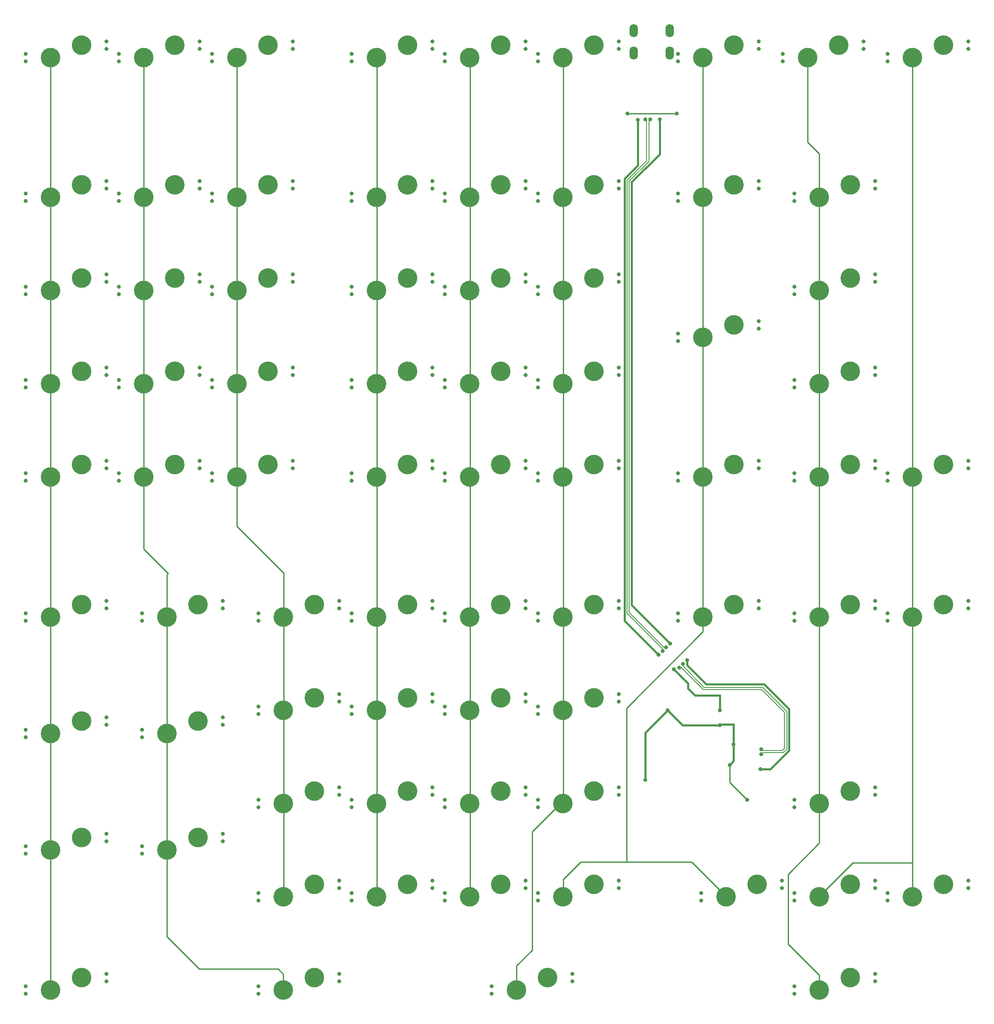
<source format=gbr>
%TF.GenerationSoftware,KiCad,Pcbnew,(6.0.11)*%
%TF.CreationDate,2023-02-04T12:28:33-08:00*%
%TF.ProjectId,MA Command Keyboard changed footprint,4d412043-6f6d-46d6-916e-64204b657962,rev?*%
%TF.SameCoordinates,Original*%
%TF.FileFunction,Copper,L1,Top*%
%TF.FilePolarity,Positive*%
%FSLAX46Y46*%
G04 Gerber Fmt 4.6, Leading zero omitted, Abs format (unit mm)*
G04 Created by KiCad (PCBNEW (6.0.11)) date 2023-02-04 12:28:33*
%MOMM*%
%LPD*%
G01*
G04 APERTURE LIST*
%TA.AperFunction,ComponentPad*%
%ADD10C,0.800000*%
%TD*%
%TA.AperFunction,ComponentPad*%
%ADD11C,4.000000*%
%TD*%
%TA.AperFunction,ComponentPad*%
%ADD12O,1.700000X2.700000*%
%TD*%
%TA.AperFunction,ViaPad*%
%ADD13C,0.800000*%
%TD*%
%TA.AperFunction,Conductor*%
%ADD14C,0.381000*%
%TD*%
%TA.AperFunction,Conductor*%
%ADD15C,0.200000*%
%TD*%
%TA.AperFunction,Conductor*%
%ADD16C,0.250000*%
%TD*%
G04 APERTURE END LIST*
D10*
%TO.P,MX74,1,COL*%
%TO.N,COL8*%
X-178781100Y-225259900D03*
D11*
X-173701100Y-224497900D03*
D10*
X-178781100Y-223735900D03*
%TO.P,MX74,2,ROW*%
%TO.N,Net-(D74-Pad2)*%
X-162271100Y-221195900D03*
D11*
X-167351100Y-221957900D03*
D10*
X-162271100Y-222719900D03*
%TD*%
%TO.P,MX73,1,COL*%
%TO.N,COL7*%
X-178781100Y-244309900D03*
D11*
X-173701100Y-243547900D03*
D10*
X-178781100Y-242785900D03*
%TO.P,MX73,2,ROW*%
%TO.N,Net-(D73-Pad2)*%
X-162271100Y-240245900D03*
D11*
X-167351100Y-241007900D03*
D10*
X-162271100Y-241769900D03*
%TD*%
%TO.P,MX72,1,COL*%
%TO.N,COL6*%
X-231168600Y-225259900D03*
D11*
X-226088600Y-224497900D03*
D10*
X-231168600Y-223735900D03*
%TO.P,MX72,2,ROW*%
%TO.N,Net-(D72-Pad2)*%
X-214658600Y-221195900D03*
D11*
X-219738600Y-221957900D03*
D10*
X-214658600Y-222719900D03*
%TD*%
%TO.P,MX71,1,COL*%
%TO.N,COL5*%
X-240693600Y-244309900D03*
D11*
X-235613600Y-243547900D03*
D10*
X-240693600Y-242785900D03*
%TO.P,MX71,2,ROW*%
%TO.N,Net-(D71-Pad2)*%
X-224183600Y-240245900D03*
D11*
X-229263600Y-241007900D03*
D10*
X-224183600Y-241769900D03*
%TD*%
%TO.P,MX70,1,COL*%
%TO.N,COL4*%
X-250218600Y-225259900D03*
D11*
X-245138600Y-224497900D03*
D10*
X-250218600Y-223735900D03*
%TO.P,MX70,2,ROW*%
%TO.N,Net-(D70-Pad2)*%
X-233708600Y-221195900D03*
D11*
X-238788600Y-221957900D03*
D10*
X-233708600Y-222719900D03*
%TD*%
%TO.P,MX69,1,COL*%
%TO.N,COL3*%
X-269268600Y-225259900D03*
D11*
X-264188600Y-224497900D03*
D10*
X-269268600Y-223735900D03*
%TO.P,MX69,2,ROW*%
%TO.N,Net-(D69-Pad2)*%
X-252758600Y-221195900D03*
D11*
X-257838600Y-221957900D03*
D10*
X-252758600Y-222719900D03*
%TD*%
%TO.P,MX68,1,COL*%
%TO.N,COL2*%
X-288318600Y-225259900D03*
D11*
X-283238600Y-224497900D03*
D10*
X-288318600Y-223735900D03*
%TO.P,MX68,2,ROW*%
%TO.N,Net-(D68-Pad2)*%
X-271808600Y-221195900D03*
D11*
X-276888600Y-221957900D03*
D10*
X-271808600Y-222719900D03*
%TD*%
%TO.P,MX67,1,COL*%
%TO.N,cOL1*%
X-288318600Y-244309900D03*
D11*
X-283238600Y-243547900D03*
D10*
X-288318600Y-242785900D03*
%TO.P,MX67,2,ROW*%
%TO.N,Net-(D67-Pad2)*%
X-271808600Y-240245900D03*
D11*
X-276888600Y-241007900D03*
D10*
X-271808600Y-241769900D03*
%TD*%
%TO.P,MX66,1,COL*%
%TO.N,COL0*%
X-335943600Y-244309900D03*
D11*
X-330863600Y-243547900D03*
D10*
X-335943600Y-242785900D03*
%TO.P,MX66,2,ROW*%
%TO.N,Net-(D66-Pad2)*%
X-319433600Y-240245900D03*
D11*
X-324513600Y-241007900D03*
D10*
X-319433600Y-241769900D03*
%TD*%
%TO.P,MX65,1,COL*%
%TO.N,COL8*%
X-159731100Y-225259900D03*
D11*
X-154651100Y-224497900D03*
D10*
X-159731100Y-223735900D03*
%TO.P,MX65,2,ROW*%
%TO.N,Net-(D65-Pad2)*%
X-143221100Y-221195900D03*
D11*
X-148301100Y-221957900D03*
D10*
X-143221100Y-222719900D03*
%TD*%
%TO.P,MX64,1,COL*%
%TO.N,COL7*%
X-178781100Y-206209900D03*
D11*
X-173701100Y-205447900D03*
D10*
X-178781100Y-204685900D03*
%TO.P,MX64,2,ROW*%
%TO.N,Net-(D64-Pad2)*%
X-162271100Y-202145900D03*
D11*
X-167351100Y-202907900D03*
D10*
X-162271100Y-203669900D03*
%TD*%
%TO.P,MX63,1,COL*%
%TO.N,COL6*%
X-197831100Y-225259900D03*
D11*
X-192751100Y-224497900D03*
D10*
X-197831100Y-223735900D03*
%TO.P,MX63,2,ROW*%
%TO.N,Net-(D63-Pad2)*%
X-181321100Y-221195900D03*
D11*
X-186401100Y-221957900D03*
D10*
X-181321100Y-222719900D03*
%TD*%
%TO.P,MX62,1,COL*%
%TO.N,COL5*%
X-231168600Y-206209900D03*
D11*
X-226088600Y-205447900D03*
D10*
X-231168600Y-204685900D03*
%TO.P,MX62,2,ROW*%
%TO.N,Net-(D62-Pad2)*%
X-214658600Y-202145900D03*
D11*
X-219738600Y-202907900D03*
D10*
X-214658600Y-203669900D03*
%TD*%
%TO.P,MX61,1,COL*%
%TO.N,COL4*%
X-250218600Y-206209900D03*
D11*
X-245138600Y-205447900D03*
D10*
X-250218600Y-204685900D03*
%TO.P,MX61,2,ROW*%
%TO.N,Net-(D61-Pad2)*%
X-233708600Y-202145900D03*
D11*
X-238788600Y-202907900D03*
D10*
X-233708600Y-203669900D03*
%TD*%
%TO.P,MX60,1,COL*%
%TO.N,COL3*%
X-269268600Y-206209900D03*
D11*
X-264188600Y-205447900D03*
D10*
X-269268600Y-204685900D03*
%TO.P,MX60,2,ROW*%
%TO.N,Net-(D60-Pad2)*%
X-252758600Y-202145900D03*
D11*
X-257838600Y-202907900D03*
D10*
X-252758600Y-203669900D03*
%TD*%
%TO.P,MX59,1,COL*%
%TO.N,COL2*%
X-288318600Y-206209900D03*
D11*
X-283238600Y-205447900D03*
D10*
X-288318600Y-204685900D03*
%TO.P,MX59,2,ROW*%
%TO.N,Net-(D59-Pad2)*%
X-271808600Y-202145900D03*
D11*
X-276888600Y-202907900D03*
D10*
X-271808600Y-203669900D03*
%TD*%
%TO.P,MX58,1,COL*%
%TO.N,cOL1*%
X-312131100Y-215734900D03*
D11*
X-307051100Y-214972900D03*
D10*
X-312131100Y-214210900D03*
%TO.P,MX58,2,ROW*%
%TO.N,Net-(D58-Pad2)*%
X-295621100Y-211670900D03*
D11*
X-300701100Y-212432900D03*
D10*
X-295621100Y-213194900D03*
%TD*%
%TO.P,MX57,1,COL*%
%TO.N,COL0*%
X-335943600Y-215734900D03*
D11*
X-330863600Y-214972900D03*
D10*
X-335943600Y-214210900D03*
%TO.P,MX57,2,ROW*%
%TO.N,Net-(D57-Pad2)*%
X-319433600Y-211670900D03*
D11*
X-324513600Y-212432900D03*
D10*
X-319433600Y-213194900D03*
%TD*%
%TO.P,MX56,1,COL*%
%TO.N,COL5*%
X-231168600Y-187159900D03*
D11*
X-226088600Y-186397900D03*
D10*
X-231168600Y-185635900D03*
%TO.P,MX56,2,ROW*%
%TO.N,Net-(D56-Pad2)*%
X-214658600Y-183095900D03*
D11*
X-219738600Y-183857900D03*
D10*
X-214658600Y-184619900D03*
%TD*%
%TO.P,MX55,1,COL*%
%TO.N,COL4*%
X-250218600Y-187159900D03*
D11*
X-245138600Y-186397900D03*
D10*
X-250218600Y-185635900D03*
%TO.P,MX55,2,ROW*%
%TO.N,Net-(D55-Pad2)*%
X-233708600Y-183095900D03*
D11*
X-238788600Y-183857900D03*
D10*
X-233708600Y-184619900D03*
%TD*%
%TO.P,MX54,1,COL*%
%TO.N,COL3*%
X-269268600Y-187159900D03*
D11*
X-264188600Y-186397900D03*
D10*
X-269268600Y-185635900D03*
%TO.P,MX54,2,ROW*%
%TO.N,Net-(D54-Pad2)*%
X-252758600Y-183095900D03*
D11*
X-257838600Y-183857900D03*
D10*
X-252758600Y-184619900D03*
%TD*%
%TO.P,MX53,1,COL*%
%TO.N,COL2*%
X-288318600Y-187159900D03*
D11*
X-283238600Y-186397900D03*
D10*
X-288318600Y-185635900D03*
%TO.P,MX53,2,ROW*%
%TO.N,Net-(D53-Pad2)*%
X-271808600Y-183095900D03*
D11*
X-276888600Y-183857900D03*
D10*
X-271808600Y-184619900D03*
%TD*%
%TO.P,MX52,1,COL*%
%TO.N,cOL1*%
X-312131100Y-191922400D03*
D11*
X-307051100Y-191160400D03*
D10*
X-312131100Y-190398400D03*
%TO.P,MX52,2,ROW*%
%TO.N,Net-(D52-Pad2)*%
X-295621100Y-187858400D03*
D11*
X-300701100Y-188620400D03*
D10*
X-295621100Y-189382400D03*
%TD*%
%TO.P,MX51,1,COL*%
%TO.N,COL0*%
X-335943600Y-191922400D03*
D11*
X-330863600Y-191160400D03*
D10*
X-335943600Y-190398400D03*
%TO.P,MX51,2,ROW*%
%TO.N,Net-(D51-Pad2)*%
X-319433600Y-187858400D03*
D11*
X-324513600Y-188620400D03*
D10*
X-319433600Y-189382400D03*
%TD*%
%TO.P,MX50,1,COL*%
%TO.N,COL8*%
X-159731100Y-168109900D03*
D11*
X-154651100Y-167347900D03*
D10*
X-159731100Y-166585900D03*
%TO.P,MX50,2,ROW*%
%TO.N,Net-(D50-Pad2)*%
X-143221100Y-164045900D03*
D11*
X-148301100Y-164807900D03*
D10*
X-143221100Y-165569900D03*
%TD*%
%TO.P,MX49,1,COL*%
%TO.N,COL7*%
X-178781100Y-168109900D03*
D11*
X-173701100Y-167347900D03*
D10*
X-178781100Y-166585900D03*
%TO.P,MX49,2,ROW*%
%TO.N,Net-(D49-Pad2)*%
X-162271100Y-164045900D03*
D11*
X-167351100Y-164807900D03*
D10*
X-162271100Y-165569900D03*
%TD*%
%TO.P,MX48,1,COL*%
%TO.N,COL6*%
X-202593600Y-168109900D03*
D11*
X-197513600Y-167347900D03*
D10*
X-202593600Y-166585900D03*
%TO.P,MX48,2,ROW*%
%TO.N,Net-(D48-Pad2)*%
X-186083600Y-164045900D03*
D11*
X-191163600Y-164807900D03*
D10*
X-186083600Y-165569900D03*
%TD*%
%TO.P,MX47,1,COL*%
%TO.N,COL5*%
X-231168600Y-168109900D03*
D11*
X-226088600Y-167347900D03*
D10*
X-231168600Y-166585900D03*
%TO.P,MX47,2,ROW*%
%TO.N,Net-(D47-Pad2)*%
X-214658600Y-164045900D03*
D11*
X-219738600Y-164807900D03*
D10*
X-214658600Y-165569900D03*
%TD*%
%TO.P,MX46,1,COL*%
%TO.N,COL4*%
X-250218600Y-168109900D03*
D11*
X-245138600Y-167347900D03*
D10*
X-250218600Y-166585900D03*
%TO.P,MX46,2,ROW*%
%TO.N,Net-(D46-Pad2)*%
X-233708600Y-164045900D03*
D11*
X-238788600Y-164807900D03*
D10*
X-233708600Y-165569900D03*
%TD*%
%TO.P,MX45,1,COL*%
%TO.N,COL3*%
X-269268600Y-168109900D03*
D11*
X-264188600Y-167347900D03*
D10*
X-269268600Y-166585900D03*
%TO.P,MX45,2,ROW*%
%TO.N,Net-(D45-Pad2)*%
X-252758600Y-164045900D03*
D11*
X-257838600Y-164807900D03*
D10*
X-252758600Y-165569900D03*
%TD*%
%TO.P,MX44,1,COL*%
%TO.N,COL2*%
X-288318600Y-168109900D03*
D11*
X-283238600Y-167347900D03*
D10*
X-288318600Y-166585900D03*
%TO.P,MX44,2,ROW*%
%TO.N,Net-(D44-Pad2)*%
X-271808600Y-164045900D03*
D11*
X-276888600Y-164807900D03*
D10*
X-271808600Y-165569900D03*
%TD*%
%TO.P,MX43,1,COL*%
%TO.N,cOL1*%
X-312131100Y-168109900D03*
D11*
X-307051100Y-167347900D03*
D10*
X-312131100Y-166585900D03*
%TO.P,MX43,2,ROW*%
%TO.N,Net-(D43-Pad2)*%
X-295621100Y-164045900D03*
D11*
X-300701100Y-164807900D03*
D10*
X-295621100Y-165569900D03*
%TD*%
%TO.P,MX42,1,COL*%
%TO.N,COL0*%
X-335943600Y-168109900D03*
D11*
X-330863600Y-167347900D03*
D10*
X-335943600Y-166585900D03*
%TO.P,MX42,2,ROW*%
%TO.N,Net-(D42-Pad2)*%
X-319433600Y-164045900D03*
D11*
X-324513600Y-164807900D03*
D10*
X-319433600Y-165569900D03*
%TD*%
%TO.P,MX41,1,COL*%
%TO.N,COL8*%
X-159731100Y-139534900D03*
D11*
X-154651100Y-138772900D03*
D10*
X-159731100Y-138010900D03*
%TO.P,MX41,2,ROW*%
%TO.N,Net-(D41-Pad2)*%
X-143221100Y-135470900D03*
D11*
X-148301100Y-136232900D03*
D10*
X-143221100Y-136994900D03*
%TD*%
%TO.P,MX40,1,COL*%
%TO.N,COL7*%
X-178781100Y-139534900D03*
D11*
X-173701100Y-138772900D03*
D10*
X-178781100Y-138010900D03*
%TO.P,MX40,2,ROW*%
%TO.N,Net-(D40-Pad2)*%
X-162271100Y-135470900D03*
D11*
X-167351100Y-136232900D03*
D10*
X-162271100Y-136994900D03*
%TD*%
%TO.P,MX39,1,COL*%
%TO.N,COL6*%
X-202593600Y-139534900D03*
D11*
X-197513600Y-138772900D03*
D10*
X-202593600Y-138010900D03*
%TO.P,MX39,2,ROW*%
%TO.N,Net-(D39-Pad2)*%
X-186083600Y-135470900D03*
D11*
X-191163600Y-136232900D03*
D10*
X-186083600Y-136994900D03*
%TD*%
%TO.P,MX38,1,COL*%
%TO.N,COL5*%
X-231168600Y-139534900D03*
D11*
X-226088600Y-138772900D03*
D10*
X-231168600Y-138010900D03*
%TO.P,MX38,2,ROW*%
%TO.N,Net-(D38-Pad2)*%
X-214658600Y-135470900D03*
D11*
X-219738600Y-136232900D03*
D10*
X-214658600Y-136994900D03*
%TD*%
%TO.P,MX37,1,COL*%
%TO.N,COL4*%
X-250218600Y-139534900D03*
D11*
X-245138600Y-138772900D03*
D10*
X-250218600Y-138010900D03*
%TO.P,MX37,2,ROW*%
%TO.N,Net-(D37-Pad2)*%
X-233708600Y-135470900D03*
D11*
X-238788600Y-136232900D03*
D10*
X-233708600Y-136994900D03*
%TD*%
%TO.P,MX36,1,COL*%
%TO.N,COL3*%
X-269268600Y-139534900D03*
D11*
X-264188600Y-138772900D03*
D10*
X-269268600Y-138010900D03*
%TO.P,MX36,2,ROW*%
%TO.N,Net-(D36-Pad2)*%
X-252758600Y-135470900D03*
D11*
X-257838600Y-136232900D03*
D10*
X-252758600Y-136994900D03*
%TD*%
%TO.P,MX35,1,COL*%
%TO.N,COL2*%
X-297843600Y-139534900D03*
D11*
X-292763600Y-138772900D03*
D10*
X-297843600Y-138010900D03*
%TO.P,MX35,2,ROW*%
%TO.N,Net-(D35-Pad2)*%
X-281333600Y-135470900D03*
D11*
X-286413600Y-136232900D03*
D10*
X-281333600Y-136994900D03*
%TD*%
%TO.P,MX34,1,COL*%
%TO.N,cOL1*%
X-316893600Y-139534900D03*
D11*
X-311813600Y-138772900D03*
D10*
X-316893600Y-138010900D03*
%TO.P,MX34,2,ROW*%
%TO.N,Net-(D34-Pad2)*%
X-300383600Y-135470900D03*
D11*
X-305463600Y-136232900D03*
D10*
X-300383600Y-136994900D03*
%TD*%
%TO.P,MX33,1,COL*%
%TO.N,COL0*%
X-335943600Y-139534900D03*
D11*
X-330863600Y-138772900D03*
D10*
X-335943600Y-138010900D03*
%TO.P,MX33,2,ROW*%
%TO.N,Net-(D33-Pad2)*%
X-319433600Y-135470900D03*
D11*
X-324513600Y-136232900D03*
D10*
X-319433600Y-136994900D03*
%TD*%
%TO.P,MX32,1,COL*%
%TO.N,COL7*%
X-178781100Y-120484900D03*
D11*
X-173701100Y-119722900D03*
D10*
X-178781100Y-118960900D03*
%TO.P,MX32,2,ROW*%
%TO.N,Net-(D32-Pad2)*%
X-162271100Y-116420900D03*
D11*
X-167351100Y-117182900D03*
D10*
X-162271100Y-117944900D03*
%TD*%
%TO.P,MX31,1,COL*%
%TO.N,COL6*%
X-202593600Y-110959900D03*
D11*
X-197513600Y-110197900D03*
D10*
X-202593600Y-109435900D03*
%TO.P,MX31,2,ROW*%
%TO.N,Net-(D31-Pad2)*%
X-186083600Y-106895900D03*
D11*
X-191163600Y-107657900D03*
D10*
X-186083600Y-108419900D03*
%TD*%
%TO.P,MX30,1,COL*%
%TO.N,COL5*%
X-231168600Y-120484900D03*
D11*
X-226088600Y-119722900D03*
D10*
X-231168600Y-118960900D03*
%TO.P,MX30,2,ROW*%
%TO.N,Net-(D30-Pad2)*%
X-214658600Y-116420900D03*
D11*
X-219738600Y-117182900D03*
D10*
X-214658600Y-117944900D03*
%TD*%
%TO.P,MX29,1,COL*%
%TO.N,COL4*%
X-250218600Y-120484900D03*
D11*
X-245138600Y-119722900D03*
D10*
X-250218600Y-118960900D03*
%TO.P,MX29,2,ROW*%
%TO.N,Net-(D29-Pad2)*%
X-233708600Y-116420900D03*
D11*
X-238788600Y-117182900D03*
D10*
X-233708600Y-117944900D03*
%TD*%
%TO.P,MX28,1,COL*%
%TO.N,COL3*%
X-269268600Y-120484900D03*
D11*
X-264188600Y-119722900D03*
D10*
X-269268600Y-118960900D03*
%TO.P,MX28,2,ROW*%
%TO.N,Net-(D28-Pad2)*%
X-252758600Y-116420900D03*
D11*
X-257838600Y-117182900D03*
D10*
X-252758600Y-117944900D03*
%TD*%
%TO.P,MX27,1,COL*%
%TO.N,COL2*%
X-297843600Y-120484900D03*
D11*
X-292763600Y-119722900D03*
D10*
X-297843600Y-118960900D03*
%TO.P,MX27,2,ROW*%
%TO.N,Net-(D27-Pad2)*%
X-281333600Y-116420900D03*
D11*
X-286413600Y-117182900D03*
D10*
X-281333600Y-117944900D03*
%TD*%
%TO.P,MX26,1,COL*%
%TO.N,cOL1*%
X-316893600Y-120484900D03*
D11*
X-311813600Y-119722900D03*
D10*
X-316893600Y-118960900D03*
%TO.P,MX26,2,ROW*%
%TO.N,Net-(D26-Pad2)*%
X-300383600Y-116420900D03*
D11*
X-305463600Y-117182900D03*
D10*
X-300383600Y-117944900D03*
%TD*%
%TO.P,MX25,1,COL*%
%TO.N,COL0*%
X-335943600Y-120484900D03*
D11*
X-330863600Y-119722900D03*
D10*
X-335943600Y-118960900D03*
%TO.P,MX25,2,ROW*%
%TO.N,Net-(D25-Pad2)*%
X-319433600Y-116420900D03*
D11*
X-324513600Y-117182900D03*
D10*
X-319433600Y-117944900D03*
%TD*%
%TO.P,MX24,1,COL*%
%TO.N,COL7*%
X-178781100Y-101434900D03*
D11*
X-173701100Y-100672900D03*
D10*
X-178781100Y-99910900D03*
%TO.P,MX24,2,ROW*%
%TO.N,Net-(D24-Pad2)*%
X-162271100Y-97370900D03*
D11*
X-167351100Y-98132900D03*
D10*
X-162271100Y-98894900D03*
%TD*%
%TO.P,MX23,1,COL*%
%TO.N,COL5*%
X-231168600Y-101434900D03*
D11*
X-226088600Y-100672900D03*
D10*
X-231168600Y-99910900D03*
%TO.P,MX23,2,ROW*%
%TO.N,Net-(D23-Pad2)*%
X-214658600Y-97370900D03*
D11*
X-219738600Y-98132900D03*
D10*
X-214658600Y-98894900D03*
%TD*%
%TO.P,MX22,1,COL*%
%TO.N,COL4*%
X-250218600Y-101434900D03*
D11*
X-245138600Y-100672900D03*
D10*
X-250218600Y-99910900D03*
%TO.P,MX22,2,ROW*%
%TO.N,Net-(D22-Pad2)*%
X-233708600Y-97370900D03*
D11*
X-238788600Y-98132900D03*
D10*
X-233708600Y-98894900D03*
%TD*%
%TO.P,MX21,1,COL*%
%TO.N,COL3*%
X-269268600Y-101434900D03*
D11*
X-264188600Y-100672900D03*
D10*
X-269268600Y-99910900D03*
%TO.P,MX21,2,ROW*%
%TO.N,Net-(D21-Pad2)*%
X-252758600Y-97370900D03*
D11*
X-257838600Y-98132900D03*
D10*
X-252758600Y-98894900D03*
%TD*%
%TO.P,MX20,1,COL*%
%TO.N,COL2*%
X-297843600Y-101434900D03*
D11*
X-292763600Y-100672900D03*
D10*
X-297843600Y-99910900D03*
%TO.P,MX20,2,ROW*%
%TO.N,Net-(D20-Pad2)*%
X-281333600Y-97370900D03*
D11*
X-286413600Y-98132900D03*
D10*
X-281333600Y-98894900D03*
%TD*%
%TO.P,MX19,1,COL*%
%TO.N,cOL1*%
X-316893600Y-101434900D03*
D11*
X-311813600Y-100672900D03*
D10*
X-316893600Y-99910900D03*
%TO.P,MX19,2,ROW*%
%TO.N,Net-(D19-Pad2)*%
X-300383600Y-97370900D03*
D11*
X-305463600Y-98132900D03*
D10*
X-300383600Y-98894900D03*
%TD*%
%TO.P,MX18,1,COL*%
%TO.N,COL0*%
X-335943600Y-101434900D03*
D11*
X-330863600Y-100672900D03*
D10*
X-335943600Y-99910900D03*
%TO.P,MX18,2,ROW*%
%TO.N,Net-(D18-Pad2)*%
X-319433600Y-97370900D03*
D11*
X-324513600Y-98132900D03*
D10*
X-319433600Y-98894900D03*
%TD*%
%TO.P,MX17,1,COL*%
%TO.N,COL7*%
X-178781100Y-82384900D03*
D11*
X-173701100Y-81622900D03*
D10*
X-178781100Y-80860900D03*
%TO.P,MX17,2,ROW*%
%TO.N,Net-(D17-Pad2)*%
X-162271100Y-78320900D03*
D11*
X-167351100Y-79082900D03*
D10*
X-162271100Y-79844900D03*
%TD*%
%TO.P,MX16,1,COL*%
%TO.N,COL6*%
X-202593600Y-82384900D03*
D11*
X-197513600Y-81622900D03*
D10*
X-202593600Y-80860900D03*
%TO.P,MX16,2,ROW*%
%TO.N,Net-(D16-Pad2)*%
X-186083600Y-78320900D03*
D11*
X-191163600Y-79082900D03*
D10*
X-186083600Y-79844900D03*
%TD*%
%TO.P,MX15,1,COL*%
%TO.N,COL5*%
X-231168600Y-82384900D03*
D11*
X-226088600Y-81622900D03*
D10*
X-231168600Y-80860900D03*
%TO.P,MX15,2,ROW*%
%TO.N,Net-(D15-Pad2)*%
X-214658600Y-78320900D03*
D11*
X-219738600Y-79082900D03*
D10*
X-214658600Y-79844900D03*
%TD*%
%TO.P,MX14,1,COL*%
%TO.N,COL4*%
X-250218600Y-82384900D03*
D11*
X-245138600Y-81622900D03*
D10*
X-250218600Y-80860900D03*
%TO.P,MX14,2,ROW*%
%TO.N,Net-(D14-Pad2)*%
X-233708600Y-78320900D03*
D11*
X-238788600Y-79082900D03*
D10*
X-233708600Y-79844900D03*
%TD*%
%TO.P,MX13,1,COL*%
%TO.N,COL3*%
X-269268600Y-82384900D03*
D11*
X-264188600Y-81622900D03*
D10*
X-269268600Y-80860900D03*
%TO.P,MX13,2,ROW*%
%TO.N,Net-(D13-Pad2)*%
X-252758600Y-78320900D03*
D11*
X-257838600Y-79082900D03*
D10*
X-252758600Y-79844900D03*
%TD*%
%TO.P,MX12,1,COL*%
%TO.N,COL2*%
X-297843600Y-82384900D03*
D11*
X-292763600Y-81622900D03*
D10*
X-297843600Y-80860900D03*
%TO.P,MX12,2,ROW*%
%TO.N,Net-(D12-Pad2)*%
X-281333600Y-78320900D03*
D11*
X-286413600Y-79082900D03*
D10*
X-281333600Y-79844900D03*
%TD*%
%TO.P,MX11,1,COL*%
%TO.N,cOL1*%
X-316893600Y-82384900D03*
D11*
X-311813600Y-81622900D03*
D10*
X-316893600Y-80860900D03*
%TO.P,MX11,2,ROW*%
%TO.N,Net-(D11-Pad2)*%
X-300383600Y-78320900D03*
D11*
X-305463600Y-79082900D03*
D10*
X-300383600Y-79844900D03*
%TD*%
%TO.P,MX10,1,COL*%
%TO.N,COL0*%
X-335943600Y-82384900D03*
D11*
X-330863600Y-81622900D03*
D10*
X-335943600Y-80860900D03*
%TO.P,MX10,2,ROW*%
%TO.N,Net-(D10-Pad2)*%
X-319433600Y-78320900D03*
D11*
X-324513600Y-79082900D03*
D10*
X-319433600Y-79844900D03*
%TD*%
%TO.P,MX9,1,COL*%
%TO.N,COL8*%
X-159731100Y-53809900D03*
D11*
X-154651100Y-53047900D03*
D10*
X-159731100Y-52285900D03*
%TO.P,MX9,2,ROW*%
%TO.N,Net-(D9-Pad2)*%
X-143221100Y-49745900D03*
D11*
X-148301100Y-50507900D03*
D10*
X-143221100Y-51269900D03*
%TD*%
%TO.P,MX8,1,COL*%
%TO.N,COL7*%
X-181162350Y-53809900D03*
D11*
X-176082350Y-53047900D03*
D10*
X-181162350Y-52285900D03*
%TO.P,MX8,2,ROW*%
%TO.N,Net-(D8-Pad2)*%
X-164652350Y-49745900D03*
D11*
X-169732350Y-50507900D03*
D10*
X-164652350Y-51269900D03*
%TD*%
%TO.P,MX7,1,COL*%
%TO.N,COL6*%
X-202593600Y-53809900D03*
D11*
X-197513600Y-53047900D03*
D10*
X-202593600Y-52285900D03*
%TO.P,MX7,2,ROW*%
%TO.N,Net-(D7-Pad2)*%
X-186083600Y-49745900D03*
D11*
X-191163600Y-50507900D03*
D10*
X-186083600Y-51269900D03*
%TD*%
%TO.P,MX6,1,COL*%
%TO.N,COL5*%
X-231168600Y-53809900D03*
D11*
X-226088600Y-53047900D03*
D10*
X-231168600Y-52285900D03*
%TO.P,MX6,2,ROW*%
%TO.N,Net-(D6-Pad2)*%
X-214658600Y-49745900D03*
D11*
X-219738600Y-50507900D03*
D10*
X-214658600Y-51269900D03*
%TD*%
%TO.P,MX5,1,COL*%
%TO.N,COL4*%
X-250218600Y-53809900D03*
D11*
X-245138600Y-53047900D03*
D10*
X-250218600Y-52285900D03*
%TO.P,MX5,2,ROW*%
%TO.N,Net-(D5-Pad2)*%
X-233708600Y-49745900D03*
D11*
X-238788600Y-50507900D03*
D10*
X-233708600Y-51269900D03*
%TD*%
%TO.P,MX4,1,COL*%
%TO.N,COL3*%
X-269268600Y-53809900D03*
D11*
X-264188600Y-53047900D03*
D10*
X-269268600Y-52285900D03*
%TO.P,MX4,2,ROW*%
%TO.N,Net-(D4-Pad2)*%
X-252758600Y-49745900D03*
D11*
X-257838600Y-50507900D03*
D10*
X-252758600Y-51269900D03*
%TD*%
%TO.P,MX3,1,COL*%
%TO.N,COL2*%
X-297843600Y-53809900D03*
D11*
X-292763600Y-53047900D03*
D10*
X-297843600Y-52285900D03*
%TO.P,MX3,2,ROW*%
%TO.N,Net-(D3-Pad2)*%
X-281333600Y-49745900D03*
D11*
X-286413600Y-50507900D03*
D10*
X-281333600Y-51269900D03*
%TD*%
%TO.P,MX2,1,COL*%
%TO.N,cOL1*%
X-316893600Y-53809900D03*
D11*
X-311813600Y-53047900D03*
D10*
X-316893600Y-52285900D03*
%TO.P,MX2,2,ROW*%
%TO.N,Net-(D2-Pad2)*%
X-300383600Y-49745900D03*
D11*
X-305463600Y-50507900D03*
D10*
X-300383600Y-51269900D03*
%TD*%
%TO.P,MX1,1,COL*%
%TO.N,COL0*%
X-335943600Y-53809900D03*
D11*
X-330863600Y-53047900D03*
D10*
X-335943600Y-52285900D03*
%TO.P,MX1,2,ROW*%
%TO.N,Net-(D1-Pad2)*%
X-319433600Y-49745900D03*
D11*
X-324513600Y-50507900D03*
D10*
X-319433600Y-51269900D03*
%TD*%
D12*
%TO.P,USB1,6,SHIELD*%
%TO.N,GND*%
X-204312500Y-47625000D03*
X-211612500Y-52125000D03*
X-211612500Y-47625000D03*
X-204312500Y-52125000D03*
%TD*%
D13*
%TO.N,GND*%
X-200750000Y-176220000D03*
X-206310000Y-65680000D03*
X-204170000Y-172800000D03*
X-185770000Y-198500000D03*
%TO.N,+5V*%
X-194056000Y-186436000D03*
X-194051248Y-189481248D03*
X-203410000Y-178091500D03*
X-206520000Y-175090000D03*
X-210810000Y-65770000D03*
%TO.N,P-*%
X-185530000Y-194365000D03*
%TO.N,P+*%
X-185530000Y-195415000D03*
%TO.N,+5V*%
X-191200000Y-193370000D03*
%TO.N,P-*%
X-202321232Y-177711232D03*
%TO.N,P+*%
X-201578768Y-176968768D03*
%TO.N,P-*%
X-205741232Y-174291232D03*
%TO.N,P+*%
X-204998768Y-173548768D03*
%TO.N,P-*%
X-209285625Y-65680000D03*
%TO.N,P+*%
X-208235625Y-65680000D03*
%TO.N,ROW0*%
X-202796000Y-64516000D03*
X-212946000Y-64516000D03*
%TO.N,+5V*%
X-192024000Y-197612000D03*
X-204724000Y-186436000D03*
X-209296000Y-200660000D03*
X-188468000Y-204724000D03*
%TD*%
D14*
%TO.N,GND*%
X-212049064Y-164920936D02*
X-204170000Y-172800000D01*
X-206310000Y-72781872D02*
X-212049064Y-78520936D01*
X-206310000Y-65680000D02*
X-206310000Y-72781872D01*
X-212049064Y-78520936D02*
X-212049064Y-164920936D01*
D15*
%TO.N,P-*%
X-205741232Y-173866967D02*
X-205741232Y-174291232D01*
X-213000000Y-166608199D02*
X-205741232Y-173866967D01*
X-213000000Y-78141800D02*
X-213000000Y-166608199D01*
X-208985626Y-74127426D02*
X-213000000Y-78141800D01*
X-208985626Y-65979999D02*
X-208985626Y-74127426D01*
%TO.N,P+*%
X-212550000Y-78328200D02*
X-212550000Y-166421801D01*
X-208535624Y-74313824D02*
X-212550000Y-78328200D01*
X-208535624Y-65979999D02*
X-208535624Y-74313824D01*
X-208235625Y-65680000D02*
X-208535624Y-65979999D01*
X-212550000Y-166421801D02*
X-205423033Y-173548768D01*
X-205423033Y-173548768D02*
X-204998768Y-173548768D01*
%TO.N,P-*%
X-209285625Y-65680000D02*
X-208985626Y-65979999D01*
D14*
%TO.N,+5V*%
X-213490000Y-168120000D02*
X-206520000Y-175090000D01*
X-210810000Y-75110000D02*
X-213490000Y-77790000D01*
X-210810000Y-65770000D02*
X-210810000Y-75110000D01*
X-213490000Y-77790000D02*
X-213490000Y-168120000D01*
D16*
%TO.N,cOL1*%
X-311785000Y-53022500D02*
X-311785000Y-153543000D01*
%TO.N,COL2*%
X-292735000Y-53022500D02*
X-292735000Y-148869400D01*
%TO.N,COL3*%
X-264160000Y-53022500D02*
X-264160000Y-224472500D01*
%TO.N,COL4*%
X-245110000Y-53022500D02*
X-245110000Y-224472500D01*
%TO.N,COL5*%
X-226060000Y-53022500D02*
X-226060000Y-205422500D01*
X-226060000Y-205422500D02*
X-226557769Y-205422500D01*
%TO.N,COL8*%
X-154622500Y-53022500D02*
X-154622500Y-217614500D01*
%TO.N,COL7*%
X-176053750Y-53022500D02*
X-176053750Y-70326250D01*
%TO.N,COL6*%
X-197485000Y-53022500D02*
X-197485000Y-167322500D01*
%TO.N,COL0*%
X-330835000Y-81597500D02*
X-330835000Y-243522500D01*
X-330835000Y-53022500D02*
X-330835000Y-81597500D01*
D14*
%TO.N,GND*%
X-179864500Y-186225500D02*
X-179864500Y-194626372D01*
X-179864500Y-194626372D02*
X-183738128Y-198500000D01*
X-196860000Y-181100000D02*
X-184990000Y-181100000D01*
X-184990000Y-181100000D02*
X-179864500Y-186225500D01*
X-200750000Y-177210000D02*
X-196860000Y-181100000D01*
X-183738128Y-198500000D02*
X-185770000Y-198500000D01*
X-200750000Y-176220000D02*
X-200750000Y-177210000D01*
%TO.N,+5V*%
X-194056000Y-183404000D02*
X-194056000Y-186436000D01*
X-194060000Y-183400000D02*
X-194056000Y-183404000D01*
X-199110000Y-183400000D02*
X-194060000Y-183400000D01*
X-200540000Y-181970000D02*
X-199110000Y-183400000D01*
X-201678752Y-189481248D02*
X-204724000Y-186436000D01*
X-194051248Y-189481248D02*
X-201678752Y-189481248D01*
X-193862000Y-189292000D02*
X-194051248Y-189481248D01*
X-191200000Y-189292000D02*
X-193862000Y-189292000D01*
X-200540000Y-180961500D02*
X-200540000Y-181970000D01*
X-203410000Y-178091500D02*
X-200540000Y-180961500D01*
D15*
%TO.N,P-*%
X-185230001Y-194664999D02*
X-185530000Y-194365000D01*
X-181233199Y-194664999D02*
X-185230001Y-194664999D01*
X-180805000Y-194236800D02*
X-181233199Y-194664999D01*
X-180805000Y-186843200D02*
X-180805000Y-194236800D01*
X-185443200Y-182205000D02*
X-180805000Y-186843200D01*
X-197403199Y-182205000D02*
X-185443200Y-182205000D01*
X-201896967Y-177711232D02*
X-197403199Y-182205000D01*
X-202321232Y-177711232D02*
X-201896967Y-177711232D01*
%TO.N,P+*%
X-185230001Y-195115001D02*
X-185530000Y-195415000D01*
X-181046801Y-195115001D02*
X-185230001Y-195115001D01*
X-180355000Y-194423200D02*
X-181046801Y-195115001D01*
X-180355000Y-186656800D02*
X-180355000Y-194423200D01*
X-185256800Y-181755000D02*
X-180355000Y-186656800D01*
X-201578768Y-176968768D02*
X-201578768Y-177393033D01*
X-197216801Y-181755000D02*
X-185256800Y-181755000D01*
X-201578768Y-177393033D02*
X-197216801Y-181755000D01*
D14*
%TO.N,+5V*%
X-191200000Y-196788000D02*
X-192024000Y-197612000D01*
X-191200000Y-193370000D02*
X-191200000Y-196788000D01*
X-191200000Y-193370000D02*
X-191200000Y-189292000D01*
D16*
%TO.N,ROW0*%
X-212946000Y-64516000D02*
X-202796000Y-64516000D01*
%TO.N,COL6*%
X-197513600Y-170385669D02*
X-213106000Y-185978069D01*
X-197513600Y-167347900D02*
X-197513600Y-170385669D01*
X-213106000Y-185978069D02*
X-213106000Y-186182000D01*
X-213106000Y-186182000D02*
X-213106000Y-217424000D01*
%TO.N,+5V*%
X-192024000Y-201168000D02*
X-188468000Y-204724000D01*
X-192024000Y-197612000D02*
X-192024000Y-201168000D01*
D14*
X-209296000Y-191008000D02*
X-209296000Y-200660000D01*
X-204724000Y-186436000D02*
X-209296000Y-191008000D01*
D16*
%TO.N,COL7*%
X-173672500Y-213550500D02*
X-180086000Y-219964000D01*
X-173701100Y-240572900D02*
X-173701100Y-243547900D01*
X-173672500Y-209486500D02*
X-173672500Y-213550500D01*
X-180086000Y-219964000D02*
X-180086000Y-234188000D01*
X-180086000Y-234188000D02*
X-173701100Y-240572900D01*
X-173672500Y-209486500D02*
X-173672500Y-209740500D01*
X-173672500Y-205422500D02*
X-173672500Y-209486500D01*
X-176053750Y-70326250D02*
X-173672500Y-72707500D01*
X-173672500Y-72707500D02*
X-173672500Y-205422500D01*
%TO.N,COL6*%
X-213106000Y-217424000D02*
X-199771000Y-217424000D01*
X-214884000Y-217424000D02*
X-213106000Y-217424000D01*
%TO.N,COL5*%
X-232410000Y-211271531D02*
X-232410000Y-235458000D01*
X-226088600Y-205447900D02*
X-226586369Y-205447900D01*
X-226586369Y-205447900D02*
X-232410000Y-211271531D01*
X-235585000Y-238633000D02*
X-235585000Y-243522500D01*
X-232410000Y-235458000D02*
X-235585000Y-238633000D01*
%TO.N,cOL1*%
X-283238600Y-240357000D02*
X-283238600Y-243547900D01*
X-300431200Y-239268000D02*
X-284327600Y-239268000D01*
X-307022500Y-158686500D02*
X-307022500Y-232676700D01*
X-306832000Y-158496000D02*
X-307022500Y-158686500D01*
X-311785000Y-153543000D02*
X-306832000Y-158496000D01*
X-307022500Y-232676700D02*
X-300431200Y-239268000D01*
X-284327600Y-239268000D02*
X-283238600Y-240357000D01*
%TO.N,COL2*%
X-292735000Y-148869400D02*
X-283210000Y-158394400D01*
X-283210000Y-158394400D02*
X-283210000Y-224472500D01*
%TO.N,COL6*%
X-226060000Y-220980000D02*
X-222504000Y-217424000D01*
X-226060000Y-224472500D02*
X-226060000Y-220980000D01*
X-222504000Y-217424000D02*
X-214884000Y-217424000D01*
X-199771000Y-217424000D02*
X-192722500Y-224472500D01*
%TO.N,COL8*%
X-166814500Y-217614500D02*
X-154622500Y-217614500D01*
X-173672500Y-224472500D02*
X-166814500Y-217614500D01*
X-154622500Y-217614500D02*
X-154622500Y-224472500D01*
%TD*%
M02*

</source>
